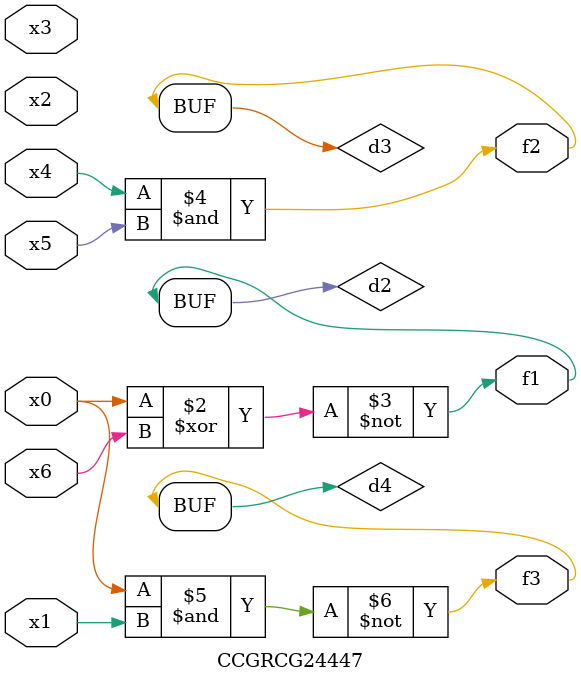
<source format=v>
module CCGRCG24447(
	input x0, x1, x2, x3, x4, x5, x6,
	output f1, f2, f3
);

	wire d1, d2, d3, d4;

	nor (d1, x0);
	xnor (d2, x0, x6);
	and (d3, x4, x5);
	nand (d4, x0, x1);
	assign f1 = d2;
	assign f2 = d3;
	assign f3 = d4;
endmodule

</source>
